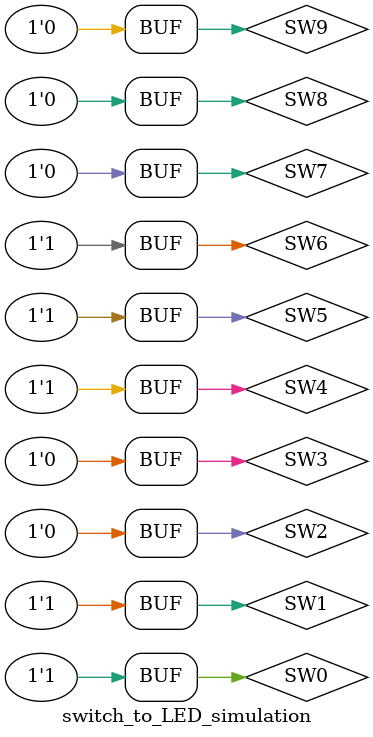
<source format=v>
`timescale 1ns / 1ps


module switch_to_LED_simulation(

    );
    reg SW0, SW1, SW2, SW3, SW4, SW5, SW6, SW7, SW8, SW9;
    wire LD0, LD1, LD2, LD3, LD4, LD5, LD6, LD7, LD8, LD9, AN0, AN1, AN2, AN3, SEG0, SEG1, SEG2, SEG3, SEG4, SEG5, SEG6, DP;
    
    switch_to_LED sim_stl(SW0, SW1, SW2, SW3, SW4, SW5, SW6, SW7, SW8, SW9, AN0, AN1, AN2, AN3,
    LD0, LD1, LD2, LD3, LD4, LD5, LD6, LD7, LD8, LD9, SEG0, SEG1, SEG2 ,SEG3, SEG4, SEG5, SEG6, DP);
    initial
    begin
        SW0 = 1; SW1 = 0; SW2 = 0; SW3 = 0; SW4 = 0; SW5 = 0; SW6 = 0; SW7 = 0; SW8 = 0; SW9 = 0;
        #30 SW0 = 0; SW1 = 1; SW2 = 0; SW3 = 0; SW4 = 1; SW5 = 1; SW6 = 1; SW7 = 0; SW8 = 0; SW9 = 0;
        #30 SW0 = 1; SW1 = 1; SW2 = 0; SW3 = 0; SW4 = 1; SW5 = 1; SW6 = 1; SW7 = 0; SW8 = 0; SW9 = 0;
    end
endmodule

</source>
